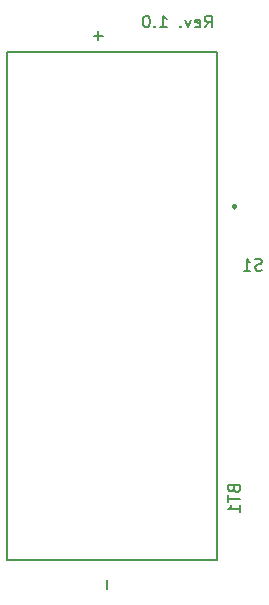
<source format=gbo>
G04 #@! TF.GenerationSoftware,KiCad,Pcbnew,9.0.2*
G04 #@! TF.CreationDate,2025-06-24T14:33:43+02:00*
G04 #@! TF.ProjectId,coral-ir,636f7261-6c2d-4697-922e-6b696361645f,rev?*
G04 #@! TF.SameCoordinates,Original*
G04 #@! TF.FileFunction,Legend,Bot*
G04 #@! TF.FilePolarity,Positive*
%FSLAX46Y46*%
G04 Gerber Fmt 4.6, Leading zero omitted, Abs format (unit mm)*
G04 Created by KiCad (PCBNEW 9.0.2) date 2025-06-24 14:33:43*
%MOMM*%
%LPD*%
G01*
G04 APERTURE LIST*
%ADD10C,0.153000*%
%ADD11C,0.200000*%
%ADD12C,0.127000*%
%ADD13C,0.250000*%
%ADD14C,2.600000*%
%ADD15C,3.800000*%
%ADD16C,0.650000*%
%ADD17O,2.100000X1.050000*%
%ADD18O,2.000000X1.000000*%
%ADD19C,1.270000*%
%ADD20C,2.409000*%
%ADD21R,2.250000X2.250000*%
%ADD22C,2.250000*%
G04 APERTURE END LIST*
D10*
X110339819Y-42919663D02*
X110673152Y-42443472D01*
X110911247Y-42919663D02*
X110911247Y-41919663D01*
X110911247Y-41919663D02*
X110530295Y-41919663D01*
X110530295Y-41919663D02*
X110435057Y-41967282D01*
X110435057Y-41967282D02*
X110387438Y-42014901D01*
X110387438Y-42014901D02*
X110339819Y-42110139D01*
X110339819Y-42110139D02*
X110339819Y-42252996D01*
X110339819Y-42252996D02*
X110387438Y-42348234D01*
X110387438Y-42348234D02*
X110435057Y-42395853D01*
X110435057Y-42395853D02*
X110530295Y-42443472D01*
X110530295Y-42443472D02*
X110911247Y-42443472D01*
X109530295Y-42872044D02*
X109625533Y-42919663D01*
X109625533Y-42919663D02*
X109816009Y-42919663D01*
X109816009Y-42919663D02*
X109911247Y-42872044D01*
X109911247Y-42872044D02*
X109958866Y-42776805D01*
X109958866Y-42776805D02*
X109958866Y-42395853D01*
X109958866Y-42395853D02*
X109911247Y-42300615D01*
X109911247Y-42300615D02*
X109816009Y-42252996D01*
X109816009Y-42252996D02*
X109625533Y-42252996D01*
X109625533Y-42252996D02*
X109530295Y-42300615D01*
X109530295Y-42300615D02*
X109482676Y-42395853D01*
X109482676Y-42395853D02*
X109482676Y-42491091D01*
X109482676Y-42491091D02*
X109958866Y-42586329D01*
X109149342Y-42252996D02*
X108911247Y-42919663D01*
X108911247Y-42919663D02*
X108673152Y-42252996D01*
X108292199Y-42824424D02*
X108244580Y-42872044D01*
X108244580Y-42872044D02*
X108292199Y-42919663D01*
X108292199Y-42919663D02*
X108339818Y-42872044D01*
X108339818Y-42872044D02*
X108292199Y-42824424D01*
X108292199Y-42824424D02*
X108292199Y-42919663D01*
X106530295Y-42919663D02*
X107101723Y-42919663D01*
X106816009Y-42919663D02*
X106816009Y-41919663D01*
X106816009Y-41919663D02*
X106911247Y-42062520D01*
X106911247Y-42062520D02*
X107006485Y-42157758D01*
X107006485Y-42157758D02*
X107101723Y-42205377D01*
X106101723Y-42824424D02*
X106054104Y-42872044D01*
X106054104Y-42872044D02*
X106101723Y-42919663D01*
X106101723Y-42919663D02*
X106149342Y-42872044D01*
X106149342Y-42872044D02*
X106101723Y-42824424D01*
X106101723Y-42824424D02*
X106101723Y-42919663D01*
X105435057Y-41919663D02*
X105339819Y-41919663D01*
X105339819Y-41919663D02*
X105244581Y-41967282D01*
X105244581Y-41967282D02*
X105196962Y-42014901D01*
X105196962Y-42014901D02*
X105149343Y-42110139D01*
X105149343Y-42110139D02*
X105101724Y-42300615D01*
X105101724Y-42300615D02*
X105101724Y-42538710D01*
X105101724Y-42538710D02*
X105149343Y-42729186D01*
X105149343Y-42729186D02*
X105196962Y-42824424D01*
X105196962Y-42824424D02*
X105244581Y-42872044D01*
X105244581Y-42872044D02*
X105339819Y-42919663D01*
X105339819Y-42919663D02*
X105435057Y-42919663D01*
X105435057Y-42919663D02*
X105530295Y-42872044D01*
X105530295Y-42872044D02*
X105577914Y-42824424D01*
X105577914Y-42824424D02*
X105625533Y-42729186D01*
X105625533Y-42729186D02*
X105673152Y-42538710D01*
X105673152Y-42538710D02*
X105673152Y-42300615D01*
X105673152Y-42300615D02*
X105625533Y-42110139D01*
X105625533Y-42110139D02*
X105577914Y-42014901D01*
X105577914Y-42014901D02*
X105530295Y-41967282D01*
X105530295Y-41967282D02*
X105435057Y-41919663D01*
D11*
X112778409Y-82014285D02*
X112826028Y-82157142D01*
X112826028Y-82157142D02*
X112873647Y-82204761D01*
X112873647Y-82204761D02*
X112968885Y-82252380D01*
X112968885Y-82252380D02*
X113111742Y-82252380D01*
X113111742Y-82252380D02*
X113206980Y-82204761D01*
X113206980Y-82204761D02*
X113254600Y-82157142D01*
X113254600Y-82157142D02*
X113302219Y-82061904D01*
X113302219Y-82061904D02*
X113302219Y-81680952D01*
X113302219Y-81680952D02*
X112302219Y-81680952D01*
X112302219Y-81680952D02*
X112302219Y-82014285D01*
X112302219Y-82014285D02*
X112349838Y-82109523D01*
X112349838Y-82109523D02*
X112397457Y-82157142D01*
X112397457Y-82157142D02*
X112492695Y-82204761D01*
X112492695Y-82204761D02*
X112587933Y-82204761D01*
X112587933Y-82204761D02*
X112683171Y-82157142D01*
X112683171Y-82157142D02*
X112730790Y-82109523D01*
X112730790Y-82109523D02*
X112778409Y-82014285D01*
X112778409Y-82014285D02*
X112778409Y-81680952D01*
X112302219Y-82538095D02*
X112302219Y-83109523D01*
X113302219Y-82823809D02*
X112302219Y-82823809D01*
X113302219Y-83966666D02*
X113302219Y-83395238D01*
X113302219Y-83680952D02*
X112302219Y-83680952D01*
X112302219Y-83680952D02*
X112445076Y-83585714D01*
X112445076Y-83585714D02*
X112540314Y-83490476D01*
X112540314Y-83490476D02*
X112587933Y-83395238D01*
X102063266Y-89741048D02*
X102063266Y-90502953D01*
X101301266Y-43259048D02*
X101301266Y-44020953D01*
X101682219Y-43640000D02*
X100920314Y-43640000D01*
X115161904Y-63454600D02*
X115019047Y-63502219D01*
X115019047Y-63502219D02*
X114780952Y-63502219D01*
X114780952Y-63502219D02*
X114685714Y-63454600D01*
X114685714Y-63454600D02*
X114638095Y-63406980D01*
X114638095Y-63406980D02*
X114590476Y-63311742D01*
X114590476Y-63311742D02*
X114590476Y-63216504D01*
X114590476Y-63216504D02*
X114638095Y-63121266D01*
X114638095Y-63121266D02*
X114685714Y-63073647D01*
X114685714Y-63073647D02*
X114780952Y-63026028D01*
X114780952Y-63026028D02*
X114971428Y-62978409D01*
X114971428Y-62978409D02*
X115066666Y-62930790D01*
X115066666Y-62930790D02*
X115114285Y-62883171D01*
X115114285Y-62883171D02*
X115161904Y-62787933D01*
X115161904Y-62787933D02*
X115161904Y-62692695D01*
X115161904Y-62692695D02*
X115114285Y-62597457D01*
X115114285Y-62597457D02*
X115066666Y-62549838D01*
X115066666Y-62549838D02*
X114971428Y-62502219D01*
X114971428Y-62502219D02*
X114733333Y-62502219D01*
X114733333Y-62502219D02*
X114590476Y-62549838D01*
X113638095Y-63502219D02*
X114209523Y-63502219D01*
X113923809Y-63502219D02*
X113923809Y-62502219D01*
X113923809Y-62502219D02*
X114019047Y-62645076D01*
X114019047Y-62645076D02*
X114114285Y-62740314D01*
X114114285Y-62740314D02*
X114209523Y-62787933D01*
D12*
X93610000Y-45000000D02*
X93610000Y-88000000D01*
X93610000Y-88000000D02*
X111390000Y-88000000D01*
X111390000Y-45000000D02*
X93610000Y-45000000D01*
X111390000Y-88000000D02*
X111390000Y-45000000D01*
D13*
X112975000Y-58100000D02*
G75*
G02*
X112725000Y-58100000I-125000J0D01*
G01*
X112725000Y-58100000D02*
G75*
G02*
X112975000Y-58100000I125000J0D01*
G01*
%LPC*%
D14*
X92500000Y-42500000D03*
D15*
X92500000Y-42500000D03*
D14*
X122500000Y-92500000D03*
D15*
X122500000Y-92500000D03*
D14*
X92500000Y-92500000D03*
D15*
X92500000Y-92500000D03*
D16*
X118720000Y-70390000D03*
X118720000Y-64610000D03*
D17*
X118220000Y-71820000D03*
D18*
X122400000Y-71820000D03*
X122400000Y-63180000D03*
D17*
X118220000Y-63180000D03*
D14*
X122500000Y-42500000D03*
D15*
X122500000Y-42500000D03*
D19*
X96130000Y-46920000D03*
D20*
X102500000Y-85485000D03*
X102500000Y-47515000D03*
D21*
X115350000Y-58100000D03*
D22*
X115350000Y-53600000D03*
X115350000Y-49100000D03*
X121850000Y-49100000D03*
X121850000Y-53600000D03*
X121850000Y-58100000D03*
%LPD*%
M02*

</source>
